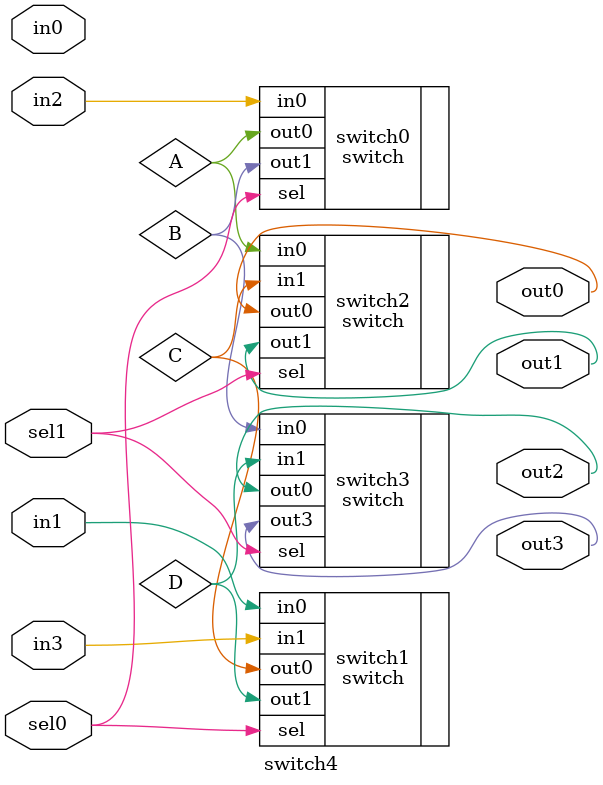
<source format=v>
module switch4(
    input in0,in1,in2,in3,sel0,sel1,
    output out0, out1,out2,out3);

wire A, B, C, D;
switch switch0 (.in0(in0), .in0(in2), .sel(sel0), .out0(A), .out1(B));
switch switch1 (.in0(in1), .in1(in3), .sel(sel0), .out0(C), .out1(D));
switch switch2 (.in0(A), .in1(C), .sel(sel1), .out0(out0), .out1(out1));
switch switch3 (.in0(B), .in1(D), .sel(sel1), .out0(out2), .out3(out3));
endmodule
</source>
